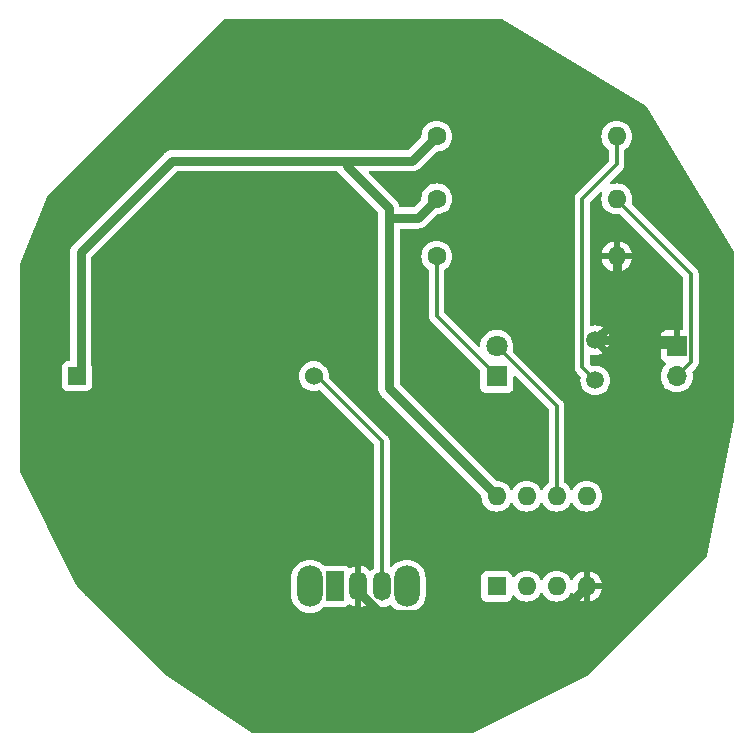
<source format=gbr>
%TF.GenerationSoftware,KiCad,Pcbnew,7.0.7*%
%TF.CreationDate,2024-02-22T22:38:35+05:30*%
%TF.ProjectId,Digital_Diya,44696769-7461-46c5-9f44-6979612e6b69,rev?*%
%TF.SameCoordinates,Original*%
%TF.FileFunction,Copper,L1,Top*%
%TF.FilePolarity,Positive*%
%FSLAX46Y46*%
G04 Gerber Fmt 4.6, Leading zero omitted, Abs format (unit mm)*
G04 Created by KiCad (PCBNEW 7.0.7) date 2024-02-22 22:38:35*
%MOMM*%
%LPD*%
G01*
G04 APERTURE LIST*
%TA.AperFunction,ComponentPad*%
%ADD10R,1.524000X1.524000*%
%TD*%
%TA.AperFunction,ComponentPad*%
%ADD11C,1.524000*%
%TD*%
%TA.AperFunction,ComponentPad*%
%ADD12C,1.500000*%
%TD*%
%TA.AperFunction,ComponentPad*%
%ADD13R,1.700000X1.700000*%
%TD*%
%TA.AperFunction,ComponentPad*%
%ADD14O,1.700000X1.700000*%
%TD*%
%TA.AperFunction,ComponentPad*%
%ADD15C,1.600000*%
%TD*%
%TA.AperFunction,ComponentPad*%
%ADD16O,1.600000X1.600000*%
%TD*%
%TA.AperFunction,ComponentPad*%
%ADD17R,1.800000X1.800000*%
%TD*%
%TA.AperFunction,ComponentPad*%
%ADD18C,1.800000*%
%TD*%
%TA.AperFunction,ComponentPad*%
%ADD19R,1.600000X1.600000*%
%TD*%
%TA.AperFunction,ComponentPad*%
%ADD20O,2.200000X3.500000*%
%TD*%
%TA.AperFunction,ComponentPad*%
%ADD21R,1.500000X2.500000*%
%TD*%
%TA.AperFunction,ComponentPad*%
%ADD22O,1.500000X2.500000*%
%TD*%
%TA.AperFunction,Conductor*%
%ADD23C,0.800000*%
%TD*%
%TA.AperFunction,Conductor*%
%ADD24C,0.300000*%
%TD*%
G04 APERTURE END LIST*
D10*
%TO.P,BT1,1,+*%
%TO.N,+3.3V*%
X119380000Y-86360000D03*
D11*
%TO.P,BT1,2,-*%
%TO.N,Net-(BT1--)*%
X139446000Y-86360000D03*
%TD*%
D12*
%TO.P,R2,1*%
%TO.N,/LDR*%
X163285000Y-86710000D03*
%TO.P,R2,2*%
%TO.N,GND*%
X163285000Y-83310000D03*
%TD*%
D13*
%TO.P,MK1,1,-*%
%TO.N,GND*%
X170180000Y-83820000D03*
D14*
%TO.P,MK1,2,+*%
%TO.N,/MIC*%
X170180000Y-86360000D03*
%TD*%
D15*
%TO.P,R1,1*%
%TO.N,+3.3V*%
X149860000Y-66040000D03*
D16*
%TO.P,R1,2*%
%TO.N,/LDR*%
X165100000Y-66040000D03*
%TD*%
D17*
%TO.P,D1,1,K*%
%TO.N,Net-(D1-K)*%
X154940000Y-86360000D03*
D18*
%TO.P,D1,2,A*%
%TO.N,/LED*%
X154940000Y-83820000D03*
%TD*%
D19*
%TO.P,U1,1,~{RESET}/PB5*%
%TO.N,unconnected-(U1-~{RESET}{slash}PB5-Pad1)*%
X154940000Y-104140000D03*
D16*
%TO.P,U1,2,XTAL1/PB3*%
%TO.N,/MIC*%
X157480000Y-104140000D03*
%TO.P,U1,3,XTAL2/PB4*%
%TO.N,unconnected-(U1-XTAL2{slash}PB4-Pad3)*%
X160020000Y-104140000D03*
%TO.P,U1,4,GND*%
%TO.N,GND*%
X162560000Y-104140000D03*
%TO.P,U1,5,AREF/PB0*%
%TO.N,unconnected-(U1-AREF{slash}PB0-Pad5)*%
X162560000Y-96520000D03*
%TO.P,U1,6,PB1*%
%TO.N,/LED*%
X160020000Y-96520000D03*
%TO.P,U1,7,PB2*%
%TO.N,/LDR*%
X157480000Y-96520000D03*
%TO.P,U1,8,VCC*%
%TO.N,+3.3V*%
X154940000Y-96520000D03*
%TD*%
D15*
%TO.P,R4,1*%
%TO.N,Net-(D1-K)*%
X149860000Y-76200000D03*
D16*
%TO.P,R4,2*%
%TO.N,GND*%
X165100000Y-76200000D03*
%TD*%
D15*
%TO.P,R3,1*%
%TO.N,+3.3V*%
X149860000Y-71340000D03*
D16*
%TO.P,R3,2*%
%TO.N,/MIC*%
X165100000Y-71340000D03*
%TD*%
D20*
%TO.P,SW1,*%
%TO.N,*%
X139120000Y-104140000D03*
X147320000Y-104140000D03*
D21*
%TO.P,SW1,1,A*%
%TO.N,unconnected-(SW1-A-Pad1)*%
X141220000Y-104140000D03*
D22*
%TO.P,SW1,2,B*%
%TO.N,GND*%
X143220000Y-104140000D03*
%TO.P,SW1,3,C*%
%TO.N,Net-(BT1--)*%
X145220000Y-104140000D03*
%TD*%
D23*
%TO.N,+3.3V*%
X148240000Y-72960000D02*
X145810000Y-72960000D01*
X147800000Y-68100000D02*
X149860000Y-66040000D01*
X127480000Y-68100000D02*
X147800000Y-68100000D01*
X149860000Y-71340000D02*
X148240000Y-72960000D01*
X145810000Y-72150000D02*
X142240000Y-68580000D01*
X119700000Y-86360000D02*
X119700000Y-75880000D01*
X145810000Y-87390000D02*
X145810000Y-72150000D01*
X119700000Y-75880000D02*
X127480000Y-68100000D01*
X154940000Y-96520000D02*
X145810000Y-87390000D01*
D24*
%TO.N,Net-(BT1--)*%
X145220000Y-104140000D02*
X145220000Y-91880000D01*
X145220000Y-91880000D02*
X139700000Y-86360000D01*
%TO.N,Net-(D1-K)*%
X149860000Y-81280000D02*
X154940000Y-86360000D01*
X149860000Y-76200000D02*
X149860000Y-81280000D01*
%TO.N,/LED*%
X154940000Y-83820000D02*
X160020000Y-88900000D01*
X160020000Y-88900000D02*
X160020000Y-96520000D01*
D23*
%TO.N,GND*%
X162560000Y-104140000D02*
X160210000Y-106490000D01*
X143220000Y-104549188D02*
X143220000Y-104140000D01*
X163285000Y-83310000D02*
X169670000Y-83310000D01*
X165100000Y-76200000D02*
X165100000Y-81495000D01*
X160210000Y-106490000D02*
X145160812Y-106490000D01*
X169670000Y-83310000D02*
X170180000Y-83820000D01*
X145160812Y-106490000D02*
X143220000Y-104549188D01*
X165100000Y-81495000D02*
X163285000Y-83310000D01*
D24*
%TO.N,/MIC*%
X171380000Y-85160000D02*
X170180000Y-86360000D01*
X165100000Y-71440000D02*
X171380000Y-77720000D01*
X171380000Y-77720000D02*
X171380000Y-85160000D01*
%TO.N,/LDR*%
X165100000Y-68421250D02*
X162343750Y-71177500D01*
X162343750Y-71177500D02*
X162185000Y-71336250D01*
X162185000Y-71336250D02*
X162185000Y-85610000D01*
X162185000Y-85610000D02*
X163285000Y-86710000D01*
X165100000Y-66040000D02*
X165100000Y-68421250D01*
%TD*%
%TA.AperFunction,Conductor*%
%TO.N,GND*%
G36*
X155386952Y-56148171D02*
G01*
X167613417Y-63484050D01*
X167655949Y-63526582D01*
X169300018Y-66266697D01*
X174954716Y-75691194D01*
X174991829Y-75753048D01*
X175009500Y-75816845D01*
X175009500Y-90140222D01*
X175007092Y-90164540D01*
X172727363Y-101563185D01*
X172694913Y-101625063D01*
X172693452Y-101626548D01*
X162574229Y-111745770D01*
X162542002Y-111768998D01*
X152927182Y-116576409D01*
X152871728Y-116589500D01*
X134281794Y-116589500D01*
X134214755Y-116569815D01*
X134213011Y-116568674D01*
X127010215Y-111766810D01*
X126991317Y-111751317D01*
X120092884Y-104852884D01*
X137519500Y-104852884D01*
X137534317Y-105041150D01*
X137593126Y-105286110D01*
X137689533Y-105518859D01*
X137821160Y-105733653D01*
X137821161Y-105733656D01*
X137833025Y-105747547D01*
X137984776Y-105925224D01*
X138133066Y-106051875D01*
X138176343Y-106088838D01*
X138176346Y-106088839D01*
X138391140Y-106220466D01*
X138623889Y-106316872D01*
X138623889Y-106316873D01*
X138868852Y-106375683D01*
X139120000Y-106395449D01*
X139371148Y-106375683D01*
X139616111Y-106316873D01*
X139848859Y-106220466D01*
X140063659Y-106088836D01*
X140255224Y-105925224D01*
X140255229Y-105925217D01*
X140258663Y-105921784D01*
X140259797Y-105922918D01*
X140312397Y-105888556D01*
X140361477Y-105883979D01*
X140362516Y-105884090D01*
X140362517Y-105884091D01*
X140422127Y-105890500D01*
X142017872Y-105890499D01*
X142077483Y-105884091D01*
X142212331Y-105833796D01*
X142327546Y-105747546D01*
X142357149Y-105708000D01*
X142413081Y-105666130D01*
X142482773Y-105661146D01*
X142524726Y-105678825D01*
X142625266Y-105745191D01*
X142832169Y-105833624D01*
X142832178Y-105833627D01*
X142969999Y-105865084D01*
X142970000Y-105865083D01*
X142970000Y-104701821D01*
X142989685Y-104634782D01*
X143042489Y-104589027D01*
X143111647Y-104579083D01*
X143130547Y-104583329D01*
X143152173Y-104590000D01*
X143253723Y-104590000D01*
X143253724Y-104590000D01*
X143327519Y-104578877D01*
X143396742Y-104588350D01*
X143449857Y-104633744D01*
X143469997Y-104700648D01*
X143470000Y-104701492D01*
X143470000Y-105867549D01*
X143499267Y-105863586D01*
X143499273Y-105863585D01*
X143713268Y-105794054D01*
X143911401Y-105687434D01*
X143911404Y-105687432D01*
X144087319Y-105547145D01*
X144125760Y-105503145D01*
X144184690Y-105465610D01*
X144254560Y-105465894D01*
X144304834Y-105495101D01*
X144437176Y-105621633D01*
X144625033Y-105745636D01*
X144832004Y-105834100D01*
X144832007Y-105834101D01*
X144832012Y-105834103D01*
X145051463Y-105884191D01*
X145276330Y-105894290D01*
X145499387Y-105864075D01*
X145713464Y-105794517D01*
X145871802Y-105709311D01*
X145940162Y-105694878D01*
X146005476Y-105719695D01*
X146024846Y-105737970D01*
X146184776Y-105925224D01*
X146333066Y-106051875D01*
X146376343Y-106088838D01*
X146376346Y-106088839D01*
X146591140Y-106220466D01*
X146823888Y-106316873D01*
X146823889Y-106316873D01*
X147068852Y-106375683D01*
X147320000Y-106395449D01*
X147571148Y-106375683D01*
X147816111Y-106316873D01*
X148048859Y-106220466D01*
X148263659Y-106088836D01*
X148455224Y-105925224D01*
X148618836Y-105733659D01*
X148750466Y-105518859D01*
X148846873Y-105286111D01*
X148905683Y-105041148D01*
X148909876Y-104987870D01*
X153639500Y-104987870D01*
X153639501Y-104987876D01*
X153645908Y-105047483D01*
X153696202Y-105182328D01*
X153696206Y-105182335D01*
X153782452Y-105297544D01*
X153782455Y-105297547D01*
X153897664Y-105383793D01*
X153897671Y-105383797D01*
X154032517Y-105434091D01*
X154032516Y-105434091D01*
X154039444Y-105434835D01*
X154092127Y-105440500D01*
X155787872Y-105440499D01*
X155847483Y-105434091D01*
X155982331Y-105383796D01*
X156097546Y-105297546D01*
X156183796Y-105182331D01*
X156234091Y-105047483D01*
X156237862Y-105012401D01*
X156264599Y-104947855D01*
X156321990Y-104908006D01*
X156391816Y-104905511D01*
X156451905Y-104941163D01*
X156462726Y-104954536D01*
X156479956Y-104979143D01*
X156640858Y-105140045D01*
X156640861Y-105140047D01*
X156827266Y-105270568D01*
X157033504Y-105366739D01*
X157253308Y-105425635D01*
X157415230Y-105439801D01*
X157479998Y-105445468D01*
X157480000Y-105445468D01*
X157480002Y-105445468D01*
X157536807Y-105440498D01*
X157706692Y-105425635D01*
X157926496Y-105366739D01*
X158132734Y-105270568D01*
X158319139Y-105140047D01*
X158480047Y-104979139D01*
X158610568Y-104792734D01*
X158637618Y-104734724D01*
X158683790Y-104682285D01*
X158750983Y-104663133D01*
X158817865Y-104683348D01*
X158862382Y-104734725D01*
X158889429Y-104792728D01*
X158889432Y-104792734D01*
X159019954Y-104979141D01*
X159180858Y-105140045D01*
X159180861Y-105140047D01*
X159367266Y-105270568D01*
X159573504Y-105366739D01*
X159793308Y-105425635D01*
X159955230Y-105439801D01*
X160019998Y-105445468D01*
X160020000Y-105445468D01*
X160020002Y-105445468D01*
X160076807Y-105440498D01*
X160246692Y-105425635D01*
X160466496Y-105366739D01*
X160672734Y-105270568D01*
X160859139Y-105140047D01*
X161020047Y-104979139D01*
X161150568Y-104792734D01*
X161177895Y-104734129D01*
X161224064Y-104681695D01*
X161291257Y-104662542D01*
X161358139Y-104682757D01*
X161402657Y-104734133D01*
X161429865Y-104792482D01*
X161560342Y-104978820D01*
X161721179Y-105139657D01*
X161907517Y-105270134D01*
X162113673Y-105366265D01*
X162113682Y-105366269D01*
X162309999Y-105418872D01*
X162310000Y-105418871D01*
X162310000Y-104650575D01*
X162329685Y-104583536D01*
X162382489Y-104537781D01*
X162451647Y-104527837D01*
X162453331Y-104528091D01*
X162485699Y-104533218D01*
X162528515Y-104540000D01*
X162528519Y-104540000D01*
X162591485Y-104540000D01*
X162634300Y-104533218D01*
X162666602Y-104528102D01*
X162735894Y-104537056D01*
X162789347Y-104582052D01*
X162809987Y-104648803D01*
X162810000Y-104650575D01*
X162810000Y-105418872D01*
X163006317Y-105366269D01*
X163006326Y-105366265D01*
X163212482Y-105270134D01*
X163398820Y-105139657D01*
X163559657Y-104978820D01*
X163690134Y-104792482D01*
X163786265Y-104586326D01*
X163786269Y-104586317D01*
X163838872Y-104390000D01*
X163070576Y-104390000D01*
X163003537Y-104370315D01*
X162957782Y-104317511D01*
X162947838Y-104248353D01*
X162948103Y-104246603D01*
X162964986Y-104140003D01*
X162964986Y-104139996D01*
X162948103Y-104033397D01*
X162957058Y-103964104D01*
X163002054Y-103910652D01*
X163068806Y-103890013D01*
X163070576Y-103890000D01*
X163838872Y-103890000D01*
X163838872Y-103889999D01*
X163786269Y-103693682D01*
X163786265Y-103693673D01*
X163690134Y-103487517D01*
X163559657Y-103301179D01*
X163398820Y-103140342D01*
X163212482Y-103009865D01*
X163006328Y-102913734D01*
X162810000Y-102861127D01*
X162810000Y-103629424D01*
X162790315Y-103696463D01*
X162737511Y-103742218D01*
X162668353Y-103752162D01*
X162666602Y-103751897D01*
X162591486Y-103740000D01*
X162591481Y-103740000D01*
X162528519Y-103740000D01*
X162528514Y-103740000D01*
X162453398Y-103751897D01*
X162384104Y-103742942D01*
X162330652Y-103697946D01*
X162310013Y-103631194D01*
X162310000Y-103629424D01*
X162310000Y-102861127D01*
X162113671Y-102913734D01*
X161907517Y-103009865D01*
X161721179Y-103140342D01*
X161560342Y-103301179D01*
X161429867Y-103487515D01*
X161402657Y-103545867D01*
X161356484Y-103598306D01*
X161289290Y-103617457D01*
X161222409Y-103597241D01*
X161177893Y-103545865D01*
X161169307Y-103527453D01*
X161150568Y-103487266D01*
X161020047Y-103300861D01*
X161020045Y-103300858D01*
X160859141Y-103139954D01*
X160672734Y-103009432D01*
X160672732Y-103009431D01*
X160466497Y-102913261D01*
X160466488Y-102913258D01*
X160246697Y-102854366D01*
X160246693Y-102854365D01*
X160246692Y-102854365D01*
X160246691Y-102854364D01*
X160246686Y-102854364D01*
X160020002Y-102834532D01*
X160019998Y-102834532D01*
X159793313Y-102854364D01*
X159793302Y-102854366D01*
X159573511Y-102913258D01*
X159573502Y-102913261D01*
X159367267Y-103009431D01*
X159367265Y-103009432D01*
X159180858Y-103139954D01*
X159019954Y-103300858D01*
X158889432Y-103487265D01*
X158889431Y-103487267D01*
X158862382Y-103545275D01*
X158816209Y-103597714D01*
X158749016Y-103616866D01*
X158682135Y-103596650D01*
X158637618Y-103545275D01*
X158610568Y-103487266D01*
X158480047Y-103300861D01*
X158480045Y-103300858D01*
X158319141Y-103139954D01*
X158132734Y-103009432D01*
X158132732Y-103009431D01*
X157926497Y-102913261D01*
X157926488Y-102913258D01*
X157706697Y-102854366D01*
X157706693Y-102854365D01*
X157706692Y-102854365D01*
X157706691Y-102854364D01*
X157706686Y-102854364D01*
X157480002Y-102834532D01*
X157479998Y-102834532D01*
X157253313Y-102854364D01*
X157253302Y-102854366D01*
X157033511Y-102913258D01*
X157033502Y-102913261D01*
X156827267Y-103009431D01*
X156827265Y-103009432D01*
X156640858Y-103139954D01*
X156479954Y-103300858D01*
X156462725Y-103325464D01*
X156408147Y-103369088D01*
X156338648Y-103376280D01*
X156276294Y-103344757D01*
X156240882Y-103284526D01*
X156237861Y-103267591D01*
X156234091Y-103232516D01*
X156183797Y-103097671D01*
X156183793Y-103097664D01*
X156097547Y-102982455D01*
X156097544Y-102982452D01*
X155982335Y-102896206D01*
X155982328Y-102896202D01*
X155847482Y-102845908D01*
X155847483Y-102845908D01*
X155787883Y-102839501D01*
X155787881Y-102839500D01*
X155787873Y-102839500D01*
X155787864Y-102839500D01*
X154092129Y-102839500D01*
X154092123Y-102839501D01*
X154032516Y-102845908D01*
X153897671Y-102896202D01*
X153897664Y-102896206D01*
X153782455Y-102982452D01*
X153782452Y-102982455D01*
X153696206Y-103097664D01*
X153696202Y-103097671D01*
X153645908Y-103232517D01*
X153639501Y-103292116D01*
X153639500Y-103292135D01*
X153639500Y-104987870D01*
X148909876Y-104987870D01*
X148920500Y-104852882D01*
X148920500Y-103427118D01*
X148905683Y-103238852D01*
X148846873Y-102993889D01*
X148842137Y-102982455D01*
X148750466Y-102761140D01*
X148618839Y-102546346D01*
X148618838Y-102546343D01*
X148533455Y-102446373D01*
X148455224Y-102354776D01*
X148328571Y-102246604D01*
X148263656Y-102191161D01*
X148263653Y-102191160D01*
X148048859Y-102059533D01*
X147816110Y-101963126D01*
X147571151Y-101904317D01*
X147382787Y-101889492D01*
X147320000Y-101884551D01*
X147319999Y-101884551D01*
X147068848Y-101904317D01*
X146823889Y-101963126D01*
X146591140Y-102059533D01*
X146376346Y-102191160D01*
X146376343Y-102191161D01*
X146184776Y-102354776D01*
X146088790Y-102467161D01*
X146030283Y-102505354D01*
X145960415Y-102505852D01*
X145901369Y-102468498D01*
X145871891Y-102405152D01*
X145870500Y-102386629D01*
X145870500Y-91965502D01*
X145872268Y-91949489D01*
X145872026Y-91949467D01*
X145872758Y-91941711D01*
X145872760Y-91941704D01*
X145870500Y-91869796D01*
X145870500Y-91839075D01*
X145869579Y-91831788D01*
X145869122Y-91825979D01*
X145867597Y-91777431D01*
X145861676Y-91757053D01*
X145857731Y-91738004D01*
X145855071Y-91716942D01*
X145837185Y-91671769D01*
X145835296Y-91666249D01*
X145821743Y-91619600D01*
X145810940Y-91601334D01*
X145802378Y-91583856D01*
X145794568Y-91564129D01*
X145794565Y-91564125D01*
X145766014Y-91524827D01*
X145762811Y-91519951D01*
X145738081Y-91478135D01*
X145738079Y-91478133D01*
X145738078Y-91478131D01*
X145723075Y-91463129D01*
X145710435Y-91448330D01*
X145697961Y-91431160D01*
X145660528Y-91400194D01*
X145656206Y-91396260D01*
X140746697Y-86486751D01*
X140713212Y-86425428D01*
X140710850Y-86388261D01*
X140713323Y-86359999D01*
X140713323Y-86359998D01*
X140706383Y-86280670D01*
X140694070Y-86139932D01*
X140636894Y-85926550D01*
X140543534Y-85726339D01*
X140441629Y-85580802D01*
X140416827Y-85545381D01*
X140345238Y-85473792D01*
X140260620Y-85389174D01*
X140260616Y-85389171D01*
X140260615Y-85389170D01*
X140079666Y-85262468D01*
X140079662Y-85262466D01*
X140032457Y-85240454D01*
X139879450Y-85169106D01*
X139879447Y-85169105D01*
X139879445Y-85169104D01*
X139666070Y-85111930D01*
X139666062Y-85111929D01*
X139446002Y-85092677D01*
X139445998Y-85092677D01*
X139225937Y-85111929D01*
X139225929Y-85111930D01*
X139012554Y-85169104D01*
X139012548Y-85169107D01*
X138812340Y-85262465D01*
X138812338Y-85262466D01*
X138631377Y-85389175D01*
X138475175Y-85545377D01*
X138348466Y-85726338D01*
X138348465Y-85726340D01*
X138255107Y-85926548D01*
X138255104Y-85926554D01*
X138197930Y-86139929D01*
X138197929Y-86139937D01*
X138178677Y-86359997D01*
X138178677Y-86360002D01*
X138197929Y-86580062D01*
X138197930Y-86580070D01*
X138255104Y-86793445D01*
X138255105Y-86793447D01*
X138255106Y-86793450D01*
X138269195Y-86823664D01*
X138348466Y-86993662D01*
X138348468Y-86993666D01*
X138475170Y-87174615D01*
X138475175Y-87174621D01*
X138631378Y-87330824D01*
X138631384Y-87330829D01*
X138812333Y-87457531D01*
X138812335Y-87457532D01*
X138812338Y-87457534D01*
X139012550Y-87550894D01*
X139225932Y-87608070D01*
X139383123Y-87621822D01*
X139445998Y-87627323D01*
X139446000Y-87627323D01*
X139446002Y-87627323D01*
X139501151Y-87622498D01*
X139666068Y-87608070D01*
X139879450Y-87550894D01*
X139879458Y-87550889D01*
X139882459Y-87550086D01*
X139952308Y-87551749D01*
X140002234Y-87582180D01*
X144533181Y-92113127D01*
X144566666Y-92174450D01*
X144569500Y-92200808D01*
X144569500Y-102499592D01*
X144549815Y-102566631D01*
X144522813Y-102596539D01*
X144352333Y-102732492D01*
X144313545Y-102776888D01*
X144254613Y-102814421D01*
X144184744Y-102814135D01*
X144134473Y-102784929D01*
X144002510Y-102658759D01*
X143814733Y-102534808D01*
X143607830Y-102446375D01*
X143607823Y-102446373D01*
X143470000Y-102414915D01*
X143470000Y-103578178D01*
X143450315Y-103645217D01*
X143397511Y-103690972D01*
X143328353Y-103700916D01*
X143309454Y-103696670D01*
X143287829Y-103690000D01*
X143287827Y-103690000D01*
X143186276Y-103690000D01*
X143186268Y-103690000D01*
X143112481Y-103701122D01*
X143043256Y-103691649D01*
X142990143Y-103646254D01*
X142970003Y-103579350D01*
X142970000Y-103578507D01*
X142970000Y-102412449D01*
X142969999Y-102412449D01*
X142940721Y-102416415D01*
X142726731Y-102485945D01*
X142528599Y-102592565D01*
X142523953Y-102595633D01*
X142522892Y-102594027D01*
X142466130Y-102617188D01*
X142397437Y-102604419D01*
X142354262Y-102568142D01*
X142353131Y-102566631D01*
X142327546Y-102532454D01*
X142327544Y-102532453D01*
X142327544Y-102532452D01*
X142212335Y-102446206D01*
X142212328Y-102446202D01*
X142077482Y-102395908D01*
X142077483Y-102395908D01*
X142017883Y-102389501D01*
X142017881Y-102389500D01*
X142017873Y-102389500D01*
X142017864Y-102389500D01*
X140422129Y-102389500D01*
X140422118Y-102389501D01*
X140361472Y-102396020D01*
X140292713Y-102383612D01*
X140259368Y-102357521D01*
X140258669Y-102358221D01*
X140255227Y-102354779D01*
X140255225Y-102354777D01*
X140255224Y-102354776D01*
X140159441Y-102272970D01*
X140063656Y-102191161D01*
X140063653Y-102191160D01*
X139848859Y-102059533D01*
X139616110Y-101963126D01*
X139371151Y-101904317D01*
X139182786Y-101889492D01*
X139120000Y-101884551D01*
X139119999Y-101884551D01*
X138868848Y-101904317D01*
X138623889Y-101963126D01*
X138391140Y-102059533D01*
X138176346Y-102191160D01*
X138176343Y-102191161D01*
X137984776Y-102354776D01*
X137821161Y-102546343D01*
X137821160Y-102546346D01*
X137689533Y-102761140D01*
X137593126Y-102993889D01*
X137534317Y-103238849D01*
X137519500Y-103427116D01*
X137519500Y-104852884D01*
X120092884Y-104852884D01*
X119394228Y-104154228D01*
X119371000Y-104122001D01*
X119254999Y-103889999D01*
X114563591Y-94507181D01*
X114550500Y-94451728D01*
X114550500Y-87169870D01*
X118117500Y-87169870D01*
X118117501Y-87169876D01*
X118123908Y-87229483D01*
X118174202Y-87364328D01*
X118174206Y-87364335D01*
X118260452Y-87479544D01*
X118260455Y-87479547D01*
X118375664Y-87565793D01*
X118375671Y-87565797D01*
X118510517Y-87616091D01*
X118510516Y-87616091D01*
X118517444Y-87616835D01*
X118570127Y-87622500D01*
X120189872Y-87622499D01*
X120249483Y-87616091D01*
X120384331Y-87565796D01*
X120499546Y-87479546D01*
X120585796Y-87364331D01*
X120636091Y-87229483D01*
X120642500Y-87169873D01*
X120642499Y-85550128D01*
X120636091Y-85490517D01*
X120630689Y-85476034D01*
X120608318Y-85416053D01*
X120600500Y-85372720D01*
X120600500Y-76304361D01*
X120620185Y-76237322D01*
X120636819Y-76216680D01*
X127816681Y-69036819D01*
X127878004Y-69003334D01*
X127904362Y-69000500D01*
X141367613Y-69000500D01*
X141434652Y-69020185D01*
X141478099Y-69068207D01*
X141480618Y-69073151D01*
X141487109Y-69081166D01*
X141569881Y-69183380D01*
X141569889Y-69183388D01*
X144873181Y-72486680D01*
X144906666Y-72548003D01*
X144909500Y-72574361D01*
X144909500Y-87309373D01*
X144907972Y-87328772D01*
X144905781Y-87342612D01*
X144908709Y-87398495D01*
X144909415Y-87411956D01*
X144909500Y-87415201D01*
X144909500Y-87437189D01*
X144911797Y-87459059D01*
X144912051Y-87462290D01*
X144915686Y-87531643D01*
X144915688Y-87531653D01*
X144919315Y-87545189D01*
X144922860Y-87564314D01*
X144923016Y-87565796D01*
X144924326Y-87578256D01*
X144942406Y-87633903D01*
X144945784Y-87644298D01*
X144946705Y-87647409D01*
X144964679Y-87714486D01*
X144964684Y-87714498D01*
X144971043Y-87726978D01*
X144978488Y-87744949D01*
X144981458Y-87754091D01*
X144982821Y-87758284D01*
X144997918Y-87784432D01*
X145017537Y-87818414D01*
X145019085Y-87821266D01*
X145040992Y-87864259D01*
X145050617Y-87883149D01*
X145050619Y-87883151D01*
X145050620Y-87883153D01*
X145059438Y-87894043D01*
X145070454Y-87910070D01*
X145077465Y-87922213D01*
X145077470Y-87922220D01*
X145123939Y-87973831D01*
X145126043Y-87976295D01*
X145139882Y-87993382D01*
X145155423Y-88008922D01*
X145157657Y-88011277D01*
X145204128Y-88062887D01*
X145215468Y-88071126D01*
X145230265Y-88083764D01*
X153599553Y-96453053D01*
X153633038Y-96514376D01*
X153635400Y-96529926D01*
X153654364Y-96746687D01*
X153654366Y-96746697D01*
X153713258Y-96966488D01*
X153713261Y-96966497D01*
X153809431Y-97172732D01*
X153809432Y-97172734D01*
X153939954Y-97359141D01*
X154100858Y-97520045D01*
X154100861Y-97520047D01*
X154287266Y-97650568D01*
X154493504Y-97746739D01*
X154713308Y-97805635D01*
X154875230Y-97819801D01*
X154939998Y-97825468D01*
X154940000Y-97825468D01*
X154940002Y-97825468D01*
X154996672Y-97820509D01*
X155166692Y-97805635D01*
X155386496Y-97746739D01*
X155592734Y-97650568D01*
X155779139Y-97520047D01*
X155940047Y-97359139D01*
X156070568Y-97172734D01*
X156097618Y-97114724D01*
X156143790Y-97062285D01*
X156210983Y-97043133D01*
X156277865Y-97063348D01*
X156322382Y-97114725D01*
X156349429Y-97172728D01*
X156349432Y-97172734D01*
X156479954Y-97359141D01*
X156640858Y-97520045D01*
X156640861Y-97520047D01*
X156827266Y-97650568D01*
X157033504Y-97746739D01*
X157253308Y-97805635D01*
X157415230Y-97819801D01*
X157479998Y-97825468D01*
X157480000Y-97825468D01*
X157480002Y-97825468D01*
X157536672Y-97820509D01*
X157706692Y-97805635D01*
X157926496Y-97746739D01*
X158132734Y-97650568D01*
X158319139Y-97520047D01*
X158480047Y-97359139D01*
X158610568Y-97172734D01*
X158637618Y-97114724D01*
X158683790Y-97062285D01*
X158750983Y-97043133D01*
X158817865Y-97063348D01*
X158862382Y-97114725D01*
X158889429Y-97172728D01*
X158889432Y-97172734D01*
X159019954Y-97359141D01*
X159180858Y-97520045D01*
X159180861Y-97520047D01*
X159367266Y-97650568D01*
X159573504Y-97746739D01*
X159793308Y-97805635D01*
X159955230Y-97819801D01*
X160019998Y-97825468D01*
X160020000Y-97825468D01*
X160020002Y-97825468D01*
X160076673Y-97820509D01*
X160246692Y-97805635D01*
X160466496Y-97746739D01*
X160672734Y-97650568D01*
X160859139Y-97520047D01*
X161020047Y-97359139D01*
X161150568Y-97172734D01*
X161177618Y-97114724D01*
X161223790Y-97062285D01*
X161290983Y-97043133D01*
X161357865Y-97063348D01*
X161402382Y-97114725D01*
X161429429Y-97172728D01*
X161429432Y-97172734D01*
X161559954Y-97359141D01*
X161720858Y-97520045D01*
X161720861Y-97520047D01*
X161907266Y-97650568D01*
X162113504Y-97746739D01*
X162333308Y-97805635D01*
X162495230Y-97819801D01*
X162559998Y-97825468D01*
X162560000Y-97825468D01*
X162560002Y-97825468D01*
X162616673Y-97820509D01*
X162786692Y-97805635D01*
X163006496Y-97746739D01*
X163212734Y-97650568D01*
X163399139Y-97520047D01*
X163560047Y-97359139D01*
X163690568Y-97172734D01*
X163786739Y-96966496D01*
X163845635Y-96746692D01*
X163865468Y-96520000D01*
X163845635Y-96293308D01*
X163786739Y-96073504D01*
X163690568Y-95867266D01*
X163560047Y-95680861D01*
X163560045Y-95680858D01*
X163399141Y-95519954D01*
X163212734Y-95389432D01*
X163212732Y-95389431D01*
X163006497Y-95293261D01*
X163006488Y-95293258D01*
X162786697Y-95234366D01*
X162786693Y-95234365D01*
X162786692Y-95234365D01*
X162786691Y-95234364D01*
X162786686Y-95234364D01*
X162560002Y-95214532D01*
X162559998Y-95214532D01*
X162333313Y-95234364D01*
X162333302Y-95234366D01*
X162113511Y-95293258D01*
X162113502Y-95293261D01*
X161907267Y-95389431D01*
X161907265Y-95389432D01*
X161720858Y-95519954D01*
X161559954Y-95680858D01*
X161429432Y-95867265D01*
X161429431Y-95867267D01*
X161402382Y-95925275D01*
X161356209Y-95977714D01*
X161289016Y-95996866D01*
X161222135Y-95976650D01*
X161177618Y-95925275D01*
X161150568Y-95867267D01*
X161150567Y-95867265D01*
X161020045Y-95680858D01*
X160859140Y-95519953D01*
X160723377Y-95424891D01*
X160679752Y-95370314D01*
X160670500Y-95323316D01*
X160670500Y-88985502D01*
X160672268Y-88969489D01*
X160672026Y-88969467D01*
X160672758Y-88961711D01*
X160672760Y-88961704D01*
X160670500Y-88889796D01*
X160670500Y-88859075D01*
X160669579Y-88851788D01*
X160669122Y-88845979D01*
X160667597Y-88797431D01*
X160661676Y-88777053D01*
X160657731Y-88758004D01*
X160655071Y-88736942D01*
X160637185Y-88691769D01*
X160635296Y-88686249D01*
X160621743Y-88639600D01*
X160610940Y-88621334D01*
X160602378Y-88603856D01*
X160594568Y-88584129D01*
X160594565Y-88584125D01*
X160566014Y-88544827D01*
X160562811Y-88539951D01*
X160538081Y-88498135D01*
X160538079Y-88498133D01*
X160538078Y-88498131D01*
X160523075Y-88483129D01*
X160510435Y-88468330D01*
X160497961Y-88451160D01*
X160460528Y-88420194D01*
X160456206Y-88416260D01*
X156328493Y-84288547D01*
X156295008Y-84227224D01*
X156295969Y-84170425D01*
X156326131Y-84051317D01*
X156326131Y-84051316D01*
X156326134Y-84051305D01*
X156326135Y-84051297D01*
X156345300Y-83820006D01*
X156345300Y-83819993D01*
X156326135Y-83588702D01*
X156326133Y-83588691D01*
X156269157Y-83363699D01*
X156175924Y-83151151D01*
X156048983Y-82956852D01*
X156048980Y-82956849D01*
X156048979Y-82956847D01*
X155891784Y-82786087D01*
X155891779Y-82786083D01*
X155891777Y-82786081D01*
X155708634Y-82643535D01*
X155708628Y-82643531D01*
X155504504Y-82533064D01*
X155504495Y-82533061D01*
X155284984Y-82457702D01*
X155113282Y-82429050D01*
X155056049Y-82419500D01*
X154823951Y-82419500D01*
X154778164Y-82427140D01*
X154595015Y-82457702D01*
X154375504Y-82533061D01*
X154375495Y-82533064D01*
X154171371Y-82643531D01*
X154171365Y-82643535D01*
X153988222Y-82786081D01*
X153988219Y-82786084D01*
X153831016Y-82956852D01*
X153704075Y-83151151D01*
X153610842Y-83363699D01*
X153553866Y-83588691D01*
X153553864Y-83588703D01*
X153540357Y-83751713D01*
X153515204Y-83816898D01*
X153458802Y-83858136D01*
X153389058Y-83862334D01*
X153329100Y-83829154D01*
X150546819Y-81046873D01*
X150513334Y-80985550D01*
X150510500Y-80959192D01*
X150510500Y-77396682D01*
X150530185Y-77329643D01*
X150563371Y-77295111D01*
X150699139Y-77200047D01*
X150860047Y-77039139D01*
X150990568Y-76852734D01*
X151086739Y-76646496D01*
X151145635Y-76426692D01*
X151165468Y-76200000D01*
X151145635Y-75973308D01*
X151086739Y-75753504D01*
X150990568Y-75547266D01*
X150860047Y-75360861D01*
X150860045Y-75360858D01*
X150699141Y-75199954D01*
X150512734Y-75069432D01*
X150512732Y-75069431D01*
X150306497Y-74973261D01*
X150306488Y-74973258D01*
X150086697Y-74914366D01*
X150086693Y-74914365D01*
X150086692Y-74914365D01*
X150086691Y-74914364D01*
X150086686Y-74914364D01*
X149860002Y-74894532D01*
X149859998Y-74894532D01*
X149633313Y-74914364D01*
X149633302Y-74914366D01*
X149413511Y-74973258D01*
X149413502Y-74973261D01*
X149207267Y-75069431D01*
X149207265Y-75069432D01*
X149020858Y-75199954D01*
X148859954Y-75360858D01*
X148729432Y-75547265D01*
X148729431Y-75547267D01*
X148633261Y-75753502D01*
X148633258Y-75753511D01*
X148574366Y-75973302D01*
X148574364Y-75973313D01*
X148554532Y-76199998D01*
X148554532Y-76200001D01*
X148574364Y-76426686D01*
X148574366Y-76426697D01*
X148633258Y-76646488D01*
X148633261Y-76646497D01*
X148729431Y-76852732D01*
X148729432Y-76852734D01*
X148859954Y-77039141D01*
X149020855Y-77200042D01*
X149020858Y-77200044D01*
X149020861Y-77200047D01*
X149156626Y-77295109D01*
X149200248Y-77349683D01*
X149209500Y-77396682D01*
X149209500Y-81194494D01*
X149207732Y-81210505D01*
X149207974Y-81210528D01*
X149207240Y-81218294D01*
X149209500Y-81290203D01*
X149209500Y-81320920D01*
X149209501Y-81320940D01*
X149210418Y-81328206D01*
X149210876Y-81334024D01*
X149212402Y-81382567D01*
X149212403Y-81382570D01*
X149218323Y-81402948D01*
X149222268Y-81421996D01*
X149224928Y-81443054D01*
X149224931Y-81443064D01*
X149242813Y-81488230D01*
X149244705Y-81493758D01*
X149258254Y-81540395D01*
X149258255Y-81540397D01*
X149269060Y-81558666D01*
X149277617Y-81576134D01*
X149283226Y-81590300D01*
X149285432Y-81595872D01*
X149313983Y-81635170D01*
X149317188Y-81640049D01*
X149341919Y-81681865D01*
X149341923Y-81681869D01*
X149356925Y-81696871D01*
X149369563Y-81711669D01*
X149382033Y-81728833D01*
X149382036Y-81728836D01*
X149382037Y-81728837D01*
X149419476Y-81759809D01*
X149423776Y-81763722D01*
X151476952Y-83816898D01*
X153503181Y-85843127D01*
X153536666Y-85904450D01*
X153539500Y-85930808D01*
X153539500Y-87307870D01*
X153539501Y-87307876D01*
X153545908Y-87367483D01*
X153596202Y-87502328D01*
X153596206Y-87502335D01*
X153682452Y-87617544D01*
X153682455Y-87617547D01*
X153797664Y-87703793D01*
X153797671Y-87703797D01*
X153932517Y-87754091D01*
X153932516Y-87754091D01*
X153939444Y-87754835D01*
X153992127Y-87760500D01*
X155887872Y-87760499D01*
X155947483Y-87754091D01*
X156082331Y-87703796D01*
X156197546Y-87617546D01*
X156283796Y-87502331D01*
X156334091Y-87367483D01*
X156340500Y-87307873D01*
X156340499Y-86439806D01*
X156360183Y-86372768D01*
X156412987Y-86327013D01*
X156482146Y-86317069D01*
X156545702Y-86346094D01*
X156552180Y-86352126D01*
X159333181Y-89133126D01*
X159366666Y-89194449D01*
X159369500Y-89220807D01*
X159369500Y-95323316D01*
X159349815Y-95390355D01*
X159316623Y-95424891D01*
X159180859Y-95519953D01*
X159019954Y-95680858D01*
X158889432Y-95867265D01*
X158889431Y-95867267D01*
X158862382Y-95925275D01*
X158816209Y-95977714D01*
X158749016Y-95996866D01*
X158682135Y-95976650D01*
X158637618Y-95925275D01*
X158610568Y-95867267D01*
X158610567Y-95867265D01*
X158480045Y-95680858D01*
X158319141Y-95519954D01*
X158132734Y-95389432D01*
X158132732Y-95389431D01*
X157926497Y-95293261D01*
X157926488Y-95293258D01*
X157706697Y-95234366D01*
X157706693Y-95234365D01*
X157706692Y-95234365D01*
X157706691Y-95234364D01*
X157706686Y-95234364D01*
X157480002Y-95214532D01*
X157479998Y-95214532D01*
X157253313Y-95234364D01*
X157253302Y-95234366D01*
X157033511Y-95293258D01*
X157033502Y-95293261D01*
X156827267Y-95389431D01*
X156827265Y-95389432D01*
X156640858Y-95519954D01*
X156479954Y-95680858D01*
X156349432Y-95867265D01*
X156349431Y-95867267D01*
X156322382Y-95925275D01*
X156276209Y-95977714D01*
X156209016Y-95996866D01*
X156142135Y-95976650D01*
X156097618Y-95925275D01*
X156070568Y-95867267D01*
X156070567Y-95867265D01*
X155940045Y-95680858D01*
X155779141Y-95519954D01*
X155592734Y-95389432D01*
X155592732Y-95389431D01*
X155386497Y-95293261D01*
X155386488Y-95293258D01*
X155166697Y-95234366D01*
X155166687Y-95234364D01*
X154949926Y-95215400D01*
X154884858Y-95189947D01*
X154873053Y-95179553D01*
X146746819Y-87053319D01*
X146713334Y-86991996D01*
X146710500Y-86965638D01*
X146710500Y-73984500D01*
X146730185Y-73917461D01*
X146782989Y-73871706D01*
X146834500Y-73860500D01*
X148159373Y-73860500D01*
X148178772Y-73862027D01*
X148192612Y-73864219D01*
X148261959Y-73860584D01*
X148265203Y-73860500D01*
X148287191Y-73860500D01*
X148287192Y-73860500D01*
X148303988Y-73858734D01*
X148309064Y-73858201D01*
X148312284Y-73857947D01*
X148381646Y-73854313D01*
X148395187Y-73850683D01*
X148414313Y-73847138D01*
X148428256Y-73845674D01*
X148494306Y-73824212D01*
X148497368Y-73823304D01*
X148564488Y-73805320D01*
X148576976Y-73798956D01*
X148594950Y-73791510D01*
X148608284Y-73787179D01*
X148668476Y-73752425D01*
X148671222Y-73750934D01*
X148733149Y-73719383D01*
X148744031Y-73710569D01*
X148760083Y-73699537D01*
X148772216Y-73692533D01*
X148823847Y-73646043D01*
X148826260Y-73643982D01*
X148843380Y-73630119D01*
X148858929Y-73614568D01*
X148861270Y-73612347D01*
X148912888Y-73565871D01*
X148921130Y-73554525D01*
X148933760Y-73539737D01*
X149793053Y-72680444D01*
X149854374Y-72646961D01*
X149869914Y-72644600D01*
X150086692Y-72625635D01*
X150306496Y-72566739D01*
X150512734Y-72470568D01*
X150699139Y-72340047D01*
X150860047Y-72179139D01*
X150990568Y-71992734D01*
X151086739Y-71786496D01*
X151145635Y-71566692D01*
X151165468Y-71340000D01*
X151164599Y-71330073D01*
X151163338Y-71315655D01*
X161529653Y-71315655D01*
X161531955Y-71340001D01*
X161534225Y-71364017D01*
X161534500Y-71369856D01*
X161534500Y-85524494D01*
X161532732Y-85540505D01*
X161532974Y-85540528D01*
X161532240Y-85548294D01*
X161534500Y-85620203D01*
X161534500Y-85650920D01*
X161534501Y-85650940D01*
X161535418Y-85658206D01*
X161535876Y-85664024D01*
X161537402Y-85712567D01*
X161537403Y-85712570D01*
X161543323Y-85732948D01*
X161547268Y-85751996D01*
X161549928Y-85773054D01*
X161549931Y-85773064D01*
X161567813Y-85818230D01*
X161569705Y-85823758D01*
X161583254Y-85870395D01*
X161583255Y-85870397D01*
X161594060Y-85888666D01*
X161602617Y-85906134D01*
X161608226Y-85920300D01*
X161610432Y-85925872D01*
X161638983Y-85965170D01*
X161642188Y-85970049D01*
X161666919Y-86011865D01*
X161666923Y-86011869D01*
X161681925Y-86026871D01*
X161694563Y-86041669D01*
X161707033Y-86058833D01*
X161707036Y-86058836D01*
X161707037Y-86058837D01*
X161744476Y-86089809D01*
X161748776Y-86093722D01*
X161935722Y-86280668D01*
X162018940Y-86363886D01*
X162052425Y-86425209D01*
X162051034Y-86483659D01*
X162048795Y-86492015D01*
X162048792Y-86492029D01*
X162029723Y-86709997D01*
X162029723Y-86710002D01*
X162048793Y-86927975D01*
X162048793Y-86927979D01*
X162105422Y-87139322D01*
X162105424Y-87139326D01*
X162105425Y-87139330D01*
X162147464Y-87229482D01*
X162197897Y-87337638D01*
X162197898Y-87337639D01*
X162323402Y-87516877D01*
X162478123Y-87671598D01*
X162657361Y-87797102D01*
X162855670Y-87889575D01*
X163067023Y-87946207D01*
X163249926Y-87962208D01*
X163284998Y-87965277D01*
X163285000Y-87965277D01*
X163285002Y-87965277D01*
X163313254Y-87962805D01*
X163502977Y-87946207D01*
X163714330Y-87889575D01*
X163912639Y-87797102D01*
X164091877Y-87671598D01*
X164246598Y-87516877D01*
X164372102Y-87337639D01*
X164464575Y-87139330D01*
X164521207Y-86927977D01*
X164540277Y-86710000D01*
X164521207Y-86492023D01*
X164464575Y-86280670D01*
X164372102Y-86082362D01*
X164372100Y-86082359D01*
X164372099Y-86082357D01*
X164246599Y-85903124D01*
X164186602Y-85843127D01*
X164091877Y-85748402D01*
X163952666Y-85650925D01*
X163912638Y-85622897D01*
X163756583Y-85550128D01*
X163714330Y-85530425D01*
X163714326Y-85530424D01*
X163714322Y-85530422D01*
X163502977Y-85473793D01*
X163285002Y-85454723D01*
X163284998Y-85454723D01*
X163067029Y-85473792D01*
X163067025Y-85473792D01*
X163067023Y-85473793D01*
X163067017Y-85473794D01*
X163067015Y-85473795D01*
X163058659Y-85476034D01*
X162988809Y-85474370D01*
X162938886Y-85443940D01*
X162871819Y-85376873D01*
X162838334Y-85315550D01*
X162835500Y-85289192D01*
X162835500Y-84645251D01*
X162855185Y-84578212D01*
X162907989Y-84532457D01*
X162977147Y-84522513D01*
X162991595Y-84525477D01*
X163067101Y-84545709D01*
X163067115Y-84545712D01*
X163284999Y-84564775D01*
X163285001Y-84564775D01*
X163502884Y-84545712D01*
X163502894Y-84545710D01*
X163714150Y-84489105D01*
X163714159Y-84489101D01*
X163912387Y-84396666D01*
X163974572Y-84353124D01*
X163468866Y-83847419D01*
X163435381Y-83786096D01*
X163440365Y-83716405D01*
X163482236Y-83660471D01*
X163500245Y-83649258D01*
X163523045Y-83637641D01*
X163612641Y-83548045D01*
X163624254Y-83525252D01*
X163672225Y-83474458D01*
X163740046Y-83457661D01*
X163806181Y-83480197D01*
X163822419Y-83493866D01*
X164328124Y-83999572D01*
X164371666Y-83937387D01*
X164464101Y-83739159D01*
X164464105Y-83739150D01*
X164520710Y-83527894D01*
X164520712Y-83527884D01*
X164539775Y-83310000D01*
X164539775Y-83309999D01*
X164520712Y-83092115D01*
X164520710Y-83092105D01*
X164464105Y-82880849D01*
X164464101Y-82880840D01*
X164371668Y-82682615D01*
X164328123Y-82620427D01*
X163822419Y-83126132D01*
X163761096Y-83159617D01*
X163691404Y-83154633D01*
X163635471Y-83112761D01*
X163624256Y-83094751D01*
X163612641Y-83071955D01*
X163612637Y-83071951D01*
X163612636Y-83071949D01*
X163523050Y-82982363D01*
X163523047Y-82982361D01*
X163523045Y-82982359D01*
X163500250Y-82970744D01*
X163449456Y-82922771D01*
X163432661Y-82854950D01*
X163455198Y-82788815D01*
X163468866Y-82772580D01*
X163974572Y-82266874D01*
X163974571Y-82266873D01*
X163912391Y-82223335D01*
X163714159Y-82130898D01*
X163714150Y-82130894D01*
X163502894Y-82074289D01*
X163502884Y-82074287D01*
X163285001Y-82055225D01*
X163284999Y-82055225D01*
X163067115Y-82074287D01*
X163067102Y-82074290D01*
X162991592Y-82094522D01*
X162921742Y-82092859D01*
X162863880Y-82053695D01*
X162836377Y-81989467D01*
X162835500Y-81974747D01*
X162835500Y-75949999D01*
X163821127Y-75949999D01*
X163821128Y-75950000D01*
X164589424Y-75950000D01*
X164656463Y-75969685D01*
X164702218Y-76022489D01*
X164712162Y-76091647D01*
X164711897Y-76093397D01*
X164695014Y-76199996D01*
X164695014Y-76200003D01*
X164711897Y-76306603D01*
X164702942Y-76375896D01*
X164657946Y-76429348D01*
X164591194Y-76449987D01*
X164589424Y-76450000D01*
X163821128Y-76450000D01*
X163873730Y-76646317D01*
X163873734Y-76646326D01*
X163969865Y-76852482D01*
X164100342Y-77038820D01*
X164261179Y-77199657D01*
X164447517Y-77330134D01*
X164653673Y-77426265D01*
X164653682Y-77426269D01*
X164849999Y-77478872D01*
X164850000Y-77478871D01*
X164850000Y-76710575D01*
X164869685Y-76643536D01*
X164922489Y-76597781D01*
X164991647Y-76587837D01*
X164993331Y-76588091D01*
X165025699Y-76593218D01*
X165068515Y-76600000D01*
X165068519Y-76600000D01*
X165131485Y-76600000D01*
X165174300Y-76593218D01*
X165206602Y-76588102D01*
X165275894Y-76597056D01*
X165329347Y-76642052D01*
X165349987Y-76708803D01*
X165350000Y-76710575D01*
X165350000Y-77478872D01*
X165546317Y-77426269D01*
X165546326Y-77426265D01*
X165752482Y-77330134D01*
X165938820Y-77199657D01*
X166099657Y-77038820D01*
X166230134Y-76852482D01*
X166326265Y-76646326D01*
X166326269Y-76646317D01*
X166378872Y-76450000D01*
X165610576Y-76450000D01*
X165543537Y-76430315D01*
X165497782Y-76377511D01*
X165487838Y-76308353D01*
X165488103Y-76306603D01*
X165504986Y-76200003D01*
X165504986Y-76199996D01*
X165488103Y-76093397D01*
X165497058Y-76024104D01*
X165542054Y-75970652D01*
X165608806Y-75950013D01*
X165610576Y-75950000D01*
X166378872Y-75950000D01*
X166378872Y-75949999D01*
X166326269Y-75753682D01*
X166326265Y-75753673D01*
X166230134Y-75547517D01*
X166099657Y-75361179D01*
X165938820Y-75200342D01*
X165752482Y-75069865D01*
X165546328Y-74973734D01*
X165350000Y-74921127D01*
X165350000Y-75689424D01*
X165330315Y-75756463D01*
X165277511Y-75802218D01*
X165208353Y-75812162D01*
X165206602Y-75811897D01*
X165131486Y-75800000D01*
X165131481Y-75800000D01*
X165068519Y-75800000D01*
X165068514Y-75800000D01*
X164993398Y-75811897D01*
X164924104Y-75802942D01*
X164870652Y-75757946D01*
X164850013Y-75691194D01*
X164850000Y-75689424D01*
X164850000Y-74921127D01*
X164653671Y-74973734D01*
X164447517Y-75069865D01*
X164261179Y-75200342D01*
X164100342Y-75361179D01*
X163969865Y-75547517D01*
X163873734Y-75753673D01*
X163873730Y-75753682D01*
X163821127Y-75949999D01*
X162835500Y-75949999D01*
X162835500Y-71657057D01*
X162855185Y-71590018D01*
X162871814Y-71569381D01*
X163665197Y-70775998D01*
X163726519Y-70742514D01*
X163796211Y-70747498D01*
X163852144Y-70789370D01*
X163876561Y-70854834D01*
X163872652Y-70895773D01*
X163814366Y-71113302D01*
X163814364Y-71113313D01*
X163794532Y-71339998D01*
X163794532Y-71340001D01*
X163814364Y-71566686D01*
X163814366Y-71566697D01*
X163873258Y-71786488D01*
X163873261Y-71786497D01*
X163969431Y-71992732D01*
X163969432Y-71992734D01*
X164099954Y-72179141D01*
X164260858Y-72340045D01*
X164260861Y-72340047D01*
X164447266Y-72470568D01*
X164653504Y-72566739D01*
X164873308Y-72625635D01*
X165035230Y-72639801D01*
X165099998Y-72645468D01*
X165100000Y-72645468D01*
X165100001Y-72645468D01*
X165150451Y-72641054D01*
X165304949Y-72627537D01*
X165373449Y-72641304D01*
X165403438Y-72663384D01*
X170693181Y-77953127D01*
X170726666Y-78014450D01*
X170729500Y-78040808D01*
X170729500Y-82346000D01*
X170709815Y-82413039D01*
X170657011Y-82458794D01*
X170605500Y-82470000D01*
X170430000Y-82470000D01*
X170430000Y-83207698D01*
X170410315Y-83274737D01*
X170357511Y-83320492D01*
X170288355Y-83330436D01*
X170215766Y-83320000D01*
X170215763Y-83320000D01*
X170144237Y-83320000D01*
X170144233Y-83320000D01*
X170071644Y-83330436D01*
X170002486Y-83320492D01*
X169949683Y-83274736D01*
X169929999Y-83207698D01*
X169930000Y-82470000D01*
X169282155Y-82470000D01*
X169222627Y-82476401D01*
X169222620Y-82476403D01*
X169087913Y-82526645D01*
X169087906Y-82526649D01*
X168972812Y-82612809D01*
X168972809Y-82612812D01*
X168886649Y-82727906D01*
X168886645Y-82727913D01*
X168836403Y-82862620D01*
X168836401Y-82862627D01*
X168830000Y-82922155D01*
X168830000Y-83570000D01*
X169566653Y-83570000D01*
X169633692Y-83589685D01*
X169679447Y-83642489D01*
X169689391Y-83711647D01*
X169685631Y-83728933D01*
X169680000Y-83748111D01*
X169680000Y-83891888D01*
X169685631Y-83911067D01*
X169685630Y-83980936D01*
X169647855Y-84039714D01*
X169584299Y-84068738D01*
X169566653Y-84070000D01*
X168830000Y-84070000D01*
X168830000Y-84717844D01*
X168836401Y-84777372D01*
X168836403Y-84777379D01*
X168886645Y-84912086D01*
X168886649Y-84912093D01*
X168972809Y-85027187D01*
X168972812Y-85027190D01*
X169087906Y-85113350D01*
X169087913Y-85113354D01*
X169219470Y-85162421D01*
X169275403Y-85204292D01*
X169299821Y-85269756D01*
X169284970Y-85338029D01*
X169263819Y-85366284D01*
X169141503Y-85488600D01*
X169005965Y-85682169D01*
X169005964Y-85682171D01*
X168906098Y-85896335D01*
X168906094Y-85896344D01*
X168844938Y-86124586D01*
X168844936Y-86124596D01*
X168824341Y-86359999D01*
X168824341Y-86360000D01*
X168844936Y-86595403D01*
X168844938Y-86595413D01*
X168906094Y-86823655D01*
X168906096Y-86823659D01*
X168906097Y-86823663D01*
X168972301Y-86965638D01*
X169005965Y-87037830D01*
X169005967Y-87037834D01*
X169101743Y-87174615D01*
X169141505Y-87231401D01*
X169308599Y-87398495D01*
X169399708Y-87462290D01*
X169502165Y-87534032D01*
X169502167Y-87534033D01*
X169502170Y-87534035D01*
X169716337Y-87633903D01*
X169944592Y-87695063D01*
X170132918Y-87711539D01*
X170179999Y-87715659D01*
X170180000Y-87715659D01*
X170180001Y-87715659D01*
X170219234Y-87712226D01*
X170415408Y-87695063D01*
X170643663Y-87633903D01*
X170857830Y-87534035D01*
X171051401Y-87398495D01*
X171218495Y-87231401D01*
X171354035Y-87037830D01*
X171453903Y-86823663D01*
X171515063Y-86595408D01*
X171535659Y-86360000D01*
X171515063Y-86124592D01*
X171495614Y-86052007D01*
X171497277Y-85982162D01*
X171527706Y-85932238D01*
X171779513Y-85680431D01*
X171792079Y-85670365D01*
X171791925Y-85670178D01*
X171797937Y-85665204D01*
X171797937Y-85665203D01*
X171797940Y-85665202D01*
X171847190Y-85612755D01*
X171868911Y-85591035D01*
X171873401Y-85585245D01*
X171877183Y-85580815D01*
X171910448Y-85545393D01*
X171920674Y-85526790D01*
X171931353Y-85510533D01*
X171944362Y-85493764D01*
X171963656Y-85449175D01*
X171966212Y-85443956D01*
X171989627Y-85401368D01*
X171994905Y-85380806D01*
X172001207Y-85362399D01*
X172009635Y-85342927D01*
X172017233Y-85294953D01*
X172018414Y-85289247D01*
X172030500Y-85242177D01*
X172030500Y-85220949D01*
X172032027Y-85201549D01*
X172034495Y-85185965D01*
X172035346Y-85180595D01*
X172030775Y-85132238D01*
X172030500Y-85126400D01*
X172030500Y-77805501D01*
X172032268Y-77789488D01*
X172032026Y-77789466D01*
X172032758Y-77781710D01*
X172032760Y-77781703D01*
X172030500Y-77709796D01*
X172030500Y-77679075D01*
X172029579Y-77671788D01*
X172029122Y-77665979D01*
X172027597Y-77617431D01*
X172021676Y-77597053D01*
X172017731Y-77578004D01*
X172015071Y-77556942D01*
X171997186Y-77511771D01*
X171995298Y-77506254D01*
X171981744Y-77459602D01*
X171981744Y-77459601D01*
X171970939Y-77441332D01*
X171962379Y-77423858D01*
X171961351Y-77421262D01*
X171954568Y-77404129D01*
X171926014Y-77364828D01*
X171922810Y-77359950D01*
X171916738Y-77349683D01*
X171898081Y-77318135D01*
X171883074Y-77303128D01*
X171870435Y-77288330D01*
X171857961Y-77271160D01*
X171820528Y-77240194D01*
X171816206Y-77236260D01*
X166385752Y-71805806D01*
X166352267Y-71744483D01*
X166353658Y-71686032D01*
X166361477Y-71656851D01*
X166385635Y-71566692D01*
X166405468Y-71340000D01*
X166404599Y-71330073D01*
X166393834Y-71207020D01*
X166385635Y-71113308D01*
X166326739Y-70893504D01*
X166230568Y-70687266D01*
X166100047Y-70500861D01*
X166100045Y-70500858D01*
X165939141Y-70339954D01*
X165752734Y-70209432D01*
X165752732Y-70209431D01*
X165546497Y-70113261D01*
X165546488Y-70113258D01*
X165326697Y-70054366D01*
X165326693Y-70054365D01*
X165326692Y-70054365D01*
X165326691Y-70054364D01*
X165326686Y-70054364D01*
X165100002Y-70034532D01*
X165099998Y-70034532D01*
X164873313Y-70054364D01*
X164873302Y-70054366D01*
X164655772Y-70112652D01*
X164585922Y-70110989D01*
X164528060Y-70071826D01*
X164500556Y-70007597D01*
X164512143Y-69938695D01*
X164535994Y-69905200D01*
X165499513Y-68941681D01*
X165512079Y-68931615D01*
X165511925Y-68931428D01*
X165517937Y-68926454D01*
X165517937Y-68926453D01*
X165517940Y-68926452D01*
X165567190Y-68874005D01*
X165588911Y-68852285D01*
X165593401Y-68846495D01*
X165597183Y-68842065D01*
X165630448Y-68806643D01*
X165640674Y-68788040D01*
X165651353Y-68771783D01*
X165664362Y-68755014D01*
X165683663Y-68710409D01*
X165686207Y-68705215D01*
X165709627Y-68662618D01*
X165714906Y-68642057D01*
X165721208Y-68623648D01*
X165729635Y-68604176D01*
X165737232Y-68556206D01*
X165738417Y-68550485D01*
X165750500Y-68503427D01*
X165750500Y-68482199D01*
X165752027Y-68462799D01*
X165755346Y-68441845D01*
X165750775Y-68393488D01*
X165750500Y-68387650D01*
X165750500Y-67236682D01*
X165770185Y-67169643D01*
X165803371Y-67135111D01*
X165939139Y-67040047D01*
X166100047Y-66879139D01*
X166230568Y-66692734D01*
X166326739Y-66486496D01*
X166385635Y-66266692D01*
X166405468Y-66040000D01*
X166404599Y-66030073D01*
X166385635Y-65813313D01*
X166385635Y-65813312D01*
X166385635Y-65813308D01*
X166326739Y-65593504D01*
X166230568Y-65387266D01*
X166100047Y-65200861D01*
X166100045Y-65200858D01*
X165939141Y-65039954D01*
X165752734Y-64909432D01*
X165752732Y-64909431D01*
X165546497Y-64813261D01*
X165546488Y-64813258D01*
X165326697Y-64754366D01*
X165326693Y-64754365D01*
X165326692Y-64754365D01*
X165326691Y-64754364D01*
X165326686Y-64754364D01*
X165100002Y-64734532D01*
X165099998Y-64734532D01*
X164873313Y-64754364D01*
X164873302Y-64754366D01*
X164653511Y-64813258D01*
X164653502Y-64813261D01*
X164447267Y-64909431D01*
X164447265Y-64909432D01*
X164260858Y-65039954D01*
X164099954Y-65200858D01*
X163969432Y-65387265D01*
X163969431Y-65387267D01*
X163873261Y-65593502D01*
X163873258Y-65593511D01*
X163814366Y-65813302D01*
X163814364Y-65813313D01*
X163794532Y-66039998D01*
X163794532Y-66040001D01*
X163814364Y-66266686D01*
X163814366Y-66266697D01*
X163873258Y-66486488D01*
X163873261Y-66486497D01*
X163969431Y-66692732D01*
X163969432Y-66692734D01*
X164099954Y-66879141D01*
X164260855Y-67040042D01*
X164260858Y-67040044D01*
X164260861Y-67040047D01*
X164396626Y-67135109D01*
X164440248Y-67189683D01*
X164449500Y-67236682D01*
X164449500Y-68100441D01*
X164429815Y-68167480D01*
X164413181Y-68188122D01*
X161905573Y-70695727D01*
X161905565Y-70695738D01*
X161785481Y-70815821D01*
X161772910Y-70825893D01*
X161773065Y-70826080D01*
X161767059Y-70831048D01*
X161744723Y-70854834D01*
X161717809Y-70883494D01*
X161706949Y-70894354D01*
X161696088Y-70905215D01*
X161696078Y-70905227D01*
X161691587Y-70911015D01*
X161687801Y-70915447D01*
X161654552Y-70950856D01*
X161644322Y-70969463D01*
X161633646Y-70985714D01*
X161620640Y-71002482D01*
X161620636Y-71002488D01*
X161601348Y-71047061D01*
X161598777Y-71052308D01*
X161575372Y-71094880D01*
X161575372Y-71094881D01*
X161570091Y-71115449D01*
X161563791Y-71133851D01*
X161555364Y-71153323D01*
X161547766Y-71201297D01*
X161546581Y-71207020D01*
X161534500Y-71254068D01*
X161534500Y-71275294D01*
X161532973Y-71294693D01*
X161529653Y-71315655D01*
X151163338Y-71315655D01*
X151153834Y-71207020D01*
X151145635Y-71113308D01*
X151086739Y-70893504D01*
X150990568Y-70687266D01*
X150860047Y-70500861D01*
X150860045Y-70500858D01*
X150699141Y-70339954D01*
X150512734Y-70209432D01*
X150512732Y-70209431D01*
X150306497Y-70113261D01*
X150306488Y-70113258D01*
X150086697Y-70054366D01*
X150086693Y-70054365D01*
X150086692Y-70054365D01*
X150086691Y-70054364D01*
X150086686Y-70054364D01*
X149860002Y-70034532D01*
X149859998Y-70034532D01*
X149633313Y-70054364D01*
X149633302Y-70054366D01*
X149413511Y-70113258D01*
X149413502Y-70113261D01*
X149207267Y-70209431D01*
X149207265Y-70209432D01*
X149020858Y-70339954D01*
X148859954Y-70500858D01*
X148729432Y-70687265D01*
X148729431Y-70687267D01*
X148633261Y-70893502D01*
X148633258Y-70893511D01*
X148574366Y-71113302D01*
X148574364Y-71113312D01*
X148555400Y-71330073D01*
X148529947Y-71395141D01*
X148519553Y-71406946D01*
X147903320Y-72023181D01*
X147841997Y-72056666D01*
X147815639Y-72059500D01*
X146816866Y-72059500D01*
X146749827Y-72039815D01*
X146704072Y-71987011D01*
X146697760Y-71967900D01*
X146697682Y-71967926D01*
X146695674Y-71961746D01*
X146695674Y-71961744D01*
X146674214Y-71895699D01*
X146673291Y-71892585D01*
X146655320Y-71825512D01*
X146648954Y-71813019D01*
X146641508Y-71795042D01*
X146637178Y-71781714D01*
X146637175Y-71781707D01*
X146613670Y-71740998D01*
X146602443Y-71721552D01*
X146600920Y-71718747D01*
X146569383Y-71656851D01*
X146569382Y-71656849D01*
X146560560Y-71645955D01*
X146549538Y-71629918D01*
X146542532Y-71617783D01*
X146542531Y-71617781D01*
X146496060Y-71566170D01*
X146493952Y-71563702D01*
X146480118Y-71546619D01*
X146464577Y-71531078D01*
X146462341Y-71528722D01*
X146415872Y-71477113D01*
X146415871Y-71477112D01*
X146404525Y-71468869D01*
X146389734Y-71456235D01*
X144145680Y-69212181D01*
X144112195Y-69150858D01*
X144117179Y-69081166D01*
X144159051Y-69025233D01*
X144224515Y-69000816D01*
X144233361Y-69000500D01*
X147719373Y-69000500D01*
X147738772Y-69002027D01*
X147752612Y-69004219D01*
X147821959Y-69000584D01*
X147825203Y-69000500D01*
X147847191Y-69000500D01*
X147847192Y-69000500D01*
X147863988Y-68998734D01*
X147869064Y-68998201D01*
X147872284Y-68997947D01*
X147941646Y-68994313D01*
X147955187Y-68990683D01*
X147974313Y-68987138D01*
X147988256Y-68985674D01*
X148054306Y-68964212D01*
X148057368Y-68963304D01*
X148124488Y-68945320D01*
X148136976Y-68938956D01*
X148154950Y-68931510D01*
X148168284Y-68927179D01*
X148228476Y-68892425D01*
X148231222Y-68890934D01*
X148293149Y-68859383D01*
X148304031Y-68850569D01*
X148320083Y-68839537D01*
X148332216Y-68832533D01*
X148383847Y-68786043D01*
X148386260Y-68783982D01*
X148403380Y-68770119D01*
X148418929Y-68754568D01*
X148421270Y-68752347D01*
X148472888Y-68705871D01*
X148481130Y-68694525D01*
X148493760Y-68679737D01*
X149793053Y-67380444D01*
X149854374Y-67346961D01*
X149869914Y-67344600D01*
X150086692Y-67325635D01*
X150306496Y-67266739D01*
X150512734Y-67170568D01*
X150699139Y-67040047D01*
X150860047Y-66879139D01*
X150990568Y-66692734D01*
X151086739Y-66486496D01*
X151145635Y-66266692D01*
X151165468Y-66040000D01*
X151164599Y-66030073D01*
X151145635Y-65813313D01*
X151145635Y-65813312D01*
X151145635Y-65813308D01*
X151086739Y-65593504D01*
X150990568Y-65387266D01*
X150860047Y-65200861D01*
X150860045Y-65200858D01*
X150699141Y-65039954D01*
X150512734Y-64909432D01*
X150512732Y-64909431D01*
X150306497Y-64813261D01*
X150306488Y-64813258D01*
X150086697Y-64754366D01*
X150086693Y-64754365D01*
X150086692Y-64754365D01*
X150086691Y-64754364D01*
X150086686Y-64754364D01*
X149860002Y-64734532D01*
X149859998Y-64734532D01*
X149633313Y-64754364D01*
X149633302Y-64754366D01*
X149413511Y-64813258D01*
X149413502Y-64813261D01*
X149207267Y-64909431D01*
X149207265Y-64909432D01*
X149020858Y-65039954D01*
X148859954Y-65200858D01*
X148729432Y-65387265D01*
X148729431Y-65387267D01*
X148633261Y-65593502D01*
X148633258Y-65593511D01*
X148574366Y-65813302D01*
X148574364Y-65813312D01*
X148555400Y-66030073D01*
X148529947Y-66095141D01*
X148519553Y-66106946D01*
X147463320Y-67163181D01*
X147401997Y-67196666D01*
X147375639Y-67199500D01*
X127560634Y-67199500D01*
X127541234Y-67197973D01*
X127527389Y-67195780D01*
X127458028Y-67199415D01*
X127454785Y-67199500D01*
X127432806Y-67199500D01*
X127410943Y-67201798D01*
X127407708Y-67202052D01*
X127338355Y-67205686D01*
X127324803Y-67209317D01*
X127305691Y-67212859D01*
X127291749Y-67214325D01*
X127291737Y-67214327D01*
X127239485Y-67231305D01*
X127225684Y-67235789D01*
X127222603Y-67236702D01*
X127177073Y-67248902D01*
X127155512Y-67254680D01*
X127143017Y-67261046D01*
X127125056Y-67268485D01*
X127111715Y-67272820D01*
X127111713Y-67272821D01*
X127051583Y-67307536D01*
X127048732Y-67309085D01*
X126986855Y-67340612D01*
X126986850Y-67340616D01*
X126975946Y-67349445D01*
X126959927Y-67360454D01*
X126947788Y-67367463D01*
X126947785Y-67367465D01*
X126896189Y-67413922D01*
X126893725Y-67416027D01*
X126876628Y-67429873D01*
X126876612Y-67429887D01*
X126861055Y-67445444D01*
X126858703Y-67447675D01*
X126807113Y-67494127D01*
X126807105Y-67494136D01*
X126798872Y-67505468D01*
X126786238Y-67520260D01*
X119120263Y-75186236D01*
X119105474Y-75198869D01*
X119094126Y-75207114D01*
X119047666Y-75258713D01*
X119045435Y-75261065D01*
X119029890Y-75276610D01*
X119029875Y-75276627D01*
X119016039Y-75293710D01*
X119013936Y-75296172D01*
X118967469Y-75347781D01*
X118967466Y-75347785D01*
X118960458Y-75359923D01*
X118949444Y-75375948D01*
X118940626Y-75386837D01*
X118940616Y-75386853D01*
X118909082Y-75448740D01*
X118907533Y-75451592D01*
X118872821Y-75511713D01*
X118868487Y-75525053D01*
X118861045Y-75543018D01*
X118858881Y-75547267D01*
X118854680Y-75555512D01*
X118836706Y-75622584D01*
X118835785Y-75625692D01*
X118814326Y-75691742D01*
X118814325Y-75691745D01*
X118812860Y-75705686D01*
X118809315Y-75724812D01*
X118805686Y-75738352D01*
X118802051Y-75807710D01*
X118801797Y-75810941D01*
X118799500Y-75832810D01*
X118799500Y-75854797D01*
X118799415Y-75858042D01*
X118795781Y-75927387D01*
X118797973Y-75941225D01*
X118799500Y-75960626D01*
X118799499Y-84973500D01*
X118779814Y-85040539D01*
X118727010Y-85086294D01*
X118675500Y-85097500D01*
X118570130Y-85097500D01*
X118570123Y-85097501D01*
X118510516Y-85103908D01*
X118375671Y-85154202D01*
X118375664Y-85154206D01*
X118260455Y-85240452D01*
X118260452Y-85240455D01*
X118174206Y-85355664D01*
X118174202Y-85355671D01*
X118123908Y-85490517D01*
X118118010Y-85545380D01*
X118117501Y-85550123D01*
X118117500Y-85550135D01*
X118117500Y-87169870D01*
X114550500Y-87169870D01*
X114550500Y-76867628D01*
X114559369Y-76821576D01*
X116830548Y-71143628D01*
X116857995Y-71102004D01*
X131793181Y-56166819D01*
X131854504Y-56133334D01*
X131880862Y-56130500D01*
X155323155Y-56130500D01*
X155386952Y-56148171D01*
G37*
%TD.AperFunction*%
%TD*%
M02*

</source>
